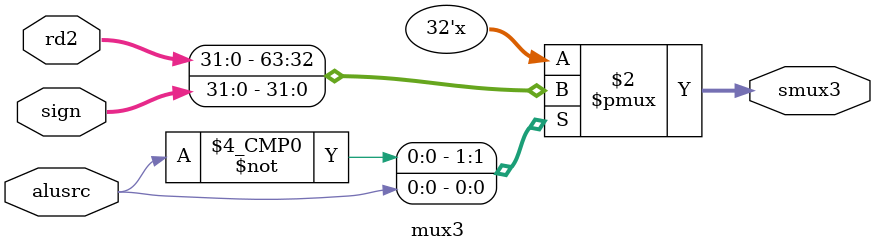
<source format=v>
module mux3
(
	input [31:0]rd2, sign,
	input alusrc,
	output reg[31:0]smux3
);
always @(*)
begin
	case(alusrc)
		1'b0:
		begin
			smux3 <= rd2;
		end
		1'b1:
		begin
			smux3 <= sign;
		end
	endcase
end
endmodule 
</source>
